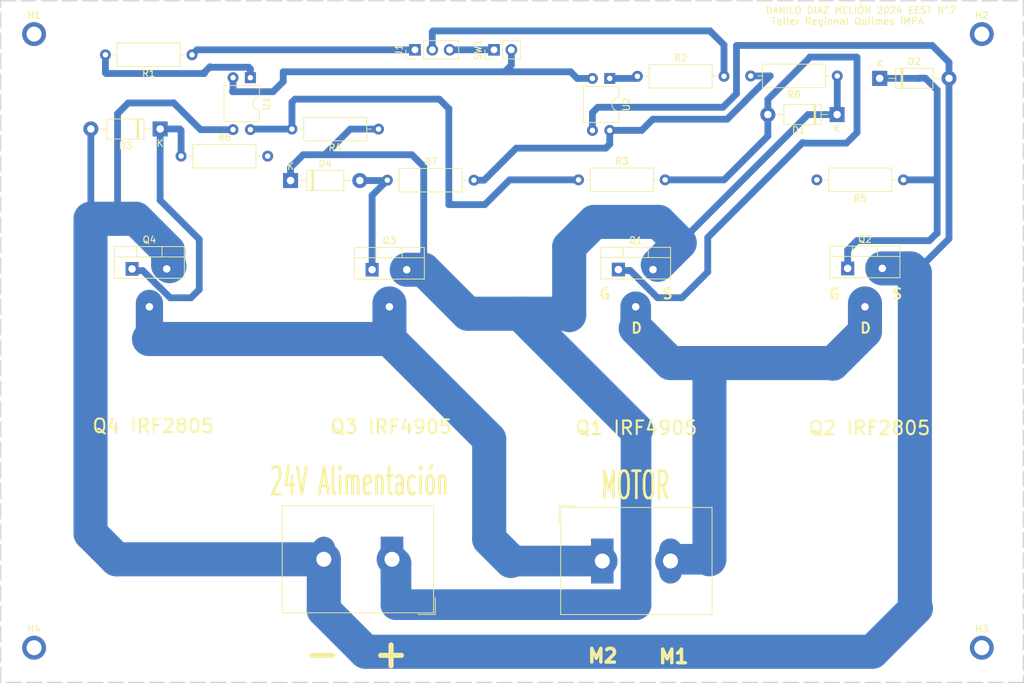
<source format=kicad_pcb>
(kicad_pcb (version 20240108) (generator "pcbnew") (generator_version "8.0")
  (title_block (title "Puente H Power Mosfet") (date "05/09/2024") (rev "8.1.1") (company "Danilo Melión"))
  (layers (0 "F.Cu" signal) (31 "B.Cu" signal) (34 "B.Paste" user) (35 "F.Paste" user) (36 "B.SilkS" user "B.Silkscreen") (37 "F.SilkS" user "F.Silkscreen") (38 "B.Mask" user) (39 "F.Mask" user) (44 "Edge.Cuts" user))
  (net 0 "")
  (net 1 "PWM1")
  (net 2 "PWM2")
  (net 3 "GND")
  (net 4 "Net-(J2-Pin_1)")
  (net 5 "Net-(J2-Pin_2)")
  (net 6 "Net-(D2-K)")
  (net 7 "+24V")
  (net 8 "Net-(D1-A)")
  (net 9 "Net-(R3-Pad1)")
  (net 10 "Net-(R1-Pad2)")
  (net 11 "Net-(SW1-B)")
  (net 12 "GNDPWR")
  (net 13 "Net-(R7-Pad2)")
  (net 14 "Net-(D3-K)")
  (net 15 "Net-(D4-A)")
  (net 16 "Net-(R2-Pad1)")
  (footprint "Package_DIP:DIP-4_W7.62mm" (layer "F.Cu") (at 88.7222 42.3926 -90)
    (property "Reference" "U1" (at 3.81 -2.33 90) (layer "F.SilkS"))
    (property "Value" "PC817")
    (fp_line (start 1.16 3.87) (end 6.46 3.87) (stroke (width 0.12)) (layer "F.SilkS"))
    (fp_line (start 6.46 3.87) (end 6.46 -1.33) (stroke (width 0.12)) (layer "F.SilkS"))
    (fp_line (start 1.16 -1.33) (end 1.16 3.87) (stroke (width 0.12)) (layer "F.SilkS"))
    (fp_line (start 2.81 -1.33) (end 1.16 -1.33) (stroke (width 0.12)) (layer "F.SilkS"))
    (fp_line (start 6.46 -1.33) (end 4.81 -1.33) (stroke (width 0.12)) (layer "F.SilkS"))
    (fp_arc (start 4.81 -1.33) (mid 3.81 -0.33) (end 2.81 -1.33) (stroke (width 0.12)) (layer "F.SilkS"))
    (pad "1" thru_hole rect (at 0 0 270) (size 1.6 1.6) (drill 0.8) (layers "*.Cu" "*.Mask") (net 10 "Net-(R1-Pad2)"))
    (pad "2" thru_hole oval (at 0 2.54 270) (size 1.6 1.6) (drill 0.8) (layers "*.Cu" "*.Mask") (net 11 "Net-(SW1-B)"))
    (pad "3" thru_hole oval (at 7.62 2.54 270) (size 1.6 1.6) (drill 0.8) (layers "*.Cu" "*.Mask") (net 12 "GNDPWR"))
    (pad "4" thru_hole oval (at 7.62 0 270) (size 1.6 1.6) (drill 0.8) (layers "*.Cu" "*.Mask") (net 9 "Net-(R3-Pad1)"))
  )
  (footprint "Diode_THT:D_DO-41_SOD81_P10.16mm_Horizontal" (layer "F.Cu") (at 181.0258 42.4942)
    (property "Reference" "D2" (at 5.08 -2.47 360) (layer "F.SilkS"))
    (property "Value" "1N4742A")
    (fp_line (start 1.34 0) (end 2.36 0) (stroke (width 0.12)) (layer "F.SilkS"))
    (fp_line (start 2.36 -1.47) (end 2.36 1.47) (stroke (width 0.12)) (layer "F.SilkS"))
    (fp_line (start 2.36 1.47) (end 7.8 1.47) (stroke (width 0.12)) (layer "F.SilkS"))
    (fp_line (start 3.14 -1.47) (end 3.14 1.47) (stroke (width 0.12)) (layer "F.SilkS"))
    (fp_line (start 3.26 -1.47) (end 3.26 1.47) (stroke (width 0.12)) (layer "F.SilkS"))
    (fp_line (start 3.38 -1.47) (end 3.38 1.47) (stroke (width 0.12)) (layer "F.SilkS"))
    (fp_line (start 7.8 -1.47) (end 2.36 -1.47) (stroke (width 0.12)) (layer "F.SilkS"))
    (fp_line (start 7.8 1.47) (end 7.8 -1.47) (stroke (width 0.12)) (layer "F.SilkS"))
    (fp_line (start 8.82 0) (end 7.8 0) (stroke (width 0.12)) (layer "F.SilkS"))
    (fp_text user "K" (at 0 -2.1 360) (layer "F.SilkS"))
    (pad "1" thru_hole rect (at 0 0) (size 2.2 2.2) (drill 1.1) (layers "*.Cu" "*.Mask") (net 6 "Net-(D2-K)"))
    (pad "2" thru_hole oval (at 10.16 0) (size 2.2 2.2) (drill 1.1) (layers "*.Cu" "*.Mask") (net 12 "GNDPWR"))
  )
  (footprint "Diode_THT:D_DO-41_SOD81_P10.16mm_Horizontal" (layer "F.Cu") (at 94.615 57.4802)
    (property "Reference" "D4" (at 5.08 -2.47 360) (layer "F.SilkS"))
    (property "Value" "1N4742A")
    (fp_line (start 1.34 0) (end 2.36 0) (stroke (width 0.12)) (layer "F.SilkS"))
    (fp_line (start 2.36 -1.47) (end 2.36 1.47) (stroke (width 0.12)) (layer "F.SilkS"))
    (fp_line (start 2.36 1.47) (end 7.8 1.47) (stroke (width 0.12)) (layer "F.SilkS"))
    (fp_line (start 3.14 -1.47) (end 3.14 1.47) (stroke (width 0.12)) (layer "F.SilkS"))
    (fp_line (start 3.26 -1.47) (end 3.26 1.47) (stroke (width 0.12)) (layer "F.SilkS"))
    (fp_line (start 3.38 -1.47) (end 3.38 1.47) (stroke (width 0.12)) (layer "F.SilkS"))
    (fp_line (start 7.8 -1.47) (end 2.36 -1.47) (stroke (width 0.12)) (layer "F.SilkS"))
    (fp_line (start 7.8 1.47) (end 7.8 -1.47) (stroke (width 0.12)) (layer "F.SilkS"))
    (fp_line (start 8.82 0) (end 7.8 0) (stroke (width 0.12)) (layer "F.SilkS"))
    (fp_text user "K" (at 0 -2.1 360) (layer "F.SilkS"))
    (pad "1" thru_hole rect (at 0 0) (size 2.2 2.2) (drill 1.1) (layers "*.Cu" "*.Mask") (net 7 "+24V"))
    (pad "2" thru_hole oval (at 10.16 0) (size 2.2 2.2) (drill 1.1) (layers "*.Cu" "*.Mask") (net 15 "Net-(D4-A)"))
  )
  (footprint "MountingHole:MountingHole_2.2mm_M2_ISO7380_Pad" (layer "F.Cu") (at 57 126)
    (property "Reference" "H4" (at 0 -2.75 0) (layer "F.SilkS"))
    (property "Value" "MountingHole_2.2mm_M2_ISO7380_Pad" (hide yes))
    (pad "1" thru_hole circle (at 0 0) (size 3.5 3.5) (drill 2.2) (layers "*.Cu" "*.Mask"))
  )
  (footprint "Package_TO_SOT_THT:TO-220-3_Vertical" (layer "F.Cu") (at 106.5784 70.5612)
    (property "Reference" "Q3" (at 2.54 -4.27 0) (layer "F.SilkS"))
    (property "Value" "IRF4905")
    (fp_line (start -2.58 -3.27) (end -2.58 1.371) (stroke (width 0.12)) (layer "F.SilkS"))
    (fp_line (start -2.58 -3.27) (end 7.66 -3.27) (stroke (width 0.12)) (layer "F.SilkS"))
    (fp_line (start -2.58 -1.76) (end 7.66 -1.76) (stroke (width 0.12)) (layer "F.SilkS"))
    (fp_line (start -2.58 1.371) (end 7.66 1.371) (stroke (width 0.12)) (layer "F.SilkS"))
    (fp_line (start 0.69 -3.27) (end 0.69 -1.76) (stroke (width 0.12)) (layer "F.SilkS"))
    (fp_line (start 4.391 -3.27) (end 4.391 -1.76) (stroke (width 0.12)) (layer "F.SilkS"))
    (fp_line (start 7.66 -3.27) (end 7.66 1.371) (stroke (width 0.12)) (layer "F.SilkS"))
    (pad "1" thru_hole rect (at 0 0) (size 1.905 2) (drill 1.1) (layers "*.Cu" "*.Mask") (net 15 "Net-(D4-A)"))
    (pad "2" thru_hole oval (at 2.54 5.4388) (size 1.905 2) (drill 1.1) (layers "*.Cu" "*.Mask") (net 4 "Net-(J2-Pin_1)"))
    (pad "3" thru_hole oval (at 5.08 0) (size 1.905 2) (drill 1.1) (layers "*.Cu" "*.Mask") (net 7 "+24V"))
  )
  (footprint "Resistor_THT:R_Axial_DIN0309_L9.0mm_D3.2mm_P12.70mm_Horizontal" (layer "F.Cu") (at 78.5622 53.8988)
    (property "Reference" "R6" (at 6.35 -2.72 0) (layer "F.SilkS"))
    (property "Value" "680")
    (fp_line (start 1.04 0) (end 1.73 0) (stroke (width 0.12)) (layer "F.SilkS"))
    (fp_line (start 1.73 -1.72) (end 1.73 1.72) (stroke (width 0.12)) (layer "F.SilkS"))
    (fp_line (start 1.73 1.72) (end 10.97 1.72) (stroke (width 0.12)) (layer "F.SilkS"))
    (fp_line (start 10.97 -1.72) (end 1.73 -1.72) (stroke (width 0.12)) (layer "F.SilkS"))
    (fp_line (start 10.97 1.72) (end 10.97 -1.72) (stroke (width 0.12)) (layer "F.SilkS"))
    (fp_line (start 11.66 0) (end 10.97 0) (stroke (width 0.12)) (layer "F.SilkS"))
    (pad "1" thru_hole circle (at 0 0) (size 1.6 1.6) (drill 0.8) (layers "*.Cu" "*.Mask") (net 14 "Net-(D3-K)"))
    (pad "2" thru_hole oval (at 12.7 0) (size 1.6 1.6) (drill 0.8) (layers "*.Cu" "*.Mask") (net 5 "Net-(J2-Pin_2)"))
  )
  (footprint "Package_DIP:DIP-4_W7.62mm" (layer "F.Cu") (at 141.4322 42.5042 -90)
    (property "Reference" "U2" (at 3.8 -2.4334 90) (layer "F.SilkS"))
    (property "Value" "PC817")
    (fp_line (start 1.16 3.87) (end 6.46 3.87) (stroke (width 0.12)) (layer "F.SilkS"))
    (fp_line (start 6.46 3.87) (end 6.46 -1.33) (stroke (width 0.12)) (layer "F.SilkS"))
    (fp_line (start 1.16 -1.33) (end 1.16 3.87) (stroke (width 0.12)) (layer "F.SilkS"))
    (fp_line (start 2.81 -1.33) (end 1.16 -1.33) (stroke (width 0.12)) (layer "F.SilkS"))
    (fp_line (start 6.46 -1.33) (end 4.81 -1.33) (stroke (width 0.12)) (layer "F.SilkS"))
    (fp_arc (start 4.81 -1.33) (mid 3.81 -0.33) (end 2.81 -1.33) (stroke (width 0.12)) (layer "F.SilkS"))
    (pad "1" thru_hole rect (at 0 0 270) (size 1.6 1.6) (drill 0.8) (layers "*.Cu" "*.Mask") (net 16 "Net-(R2-Pad1)"))
    (pad "2" thru_hole oval (at 0 2.54 270) (size 1.6 1.6) (drill 0.8) (layers "*.Cu" "*.Mask") (net 11 "Net-(SW1-B)"))
    (pad "3" thru_hole oval (at 7.62 2.54 270) (size 1.6 1.6) (drill 0.8) (layers "*.Cu" "*.Mask") (net 12 "GNDPWR"))
    (pad "4" thru_hole oval (at 7.62 0 270) (size 1.6 1.6) (drill 0.8) (layers "*.Cu" "*.Mask") (net 13 "Net-(R7-Pad2)"))
  )
  (footprint "Diode_THT:D_DO-41_SOD81_P10.16mm_Horizontal" (layer "F.Cu") (at 75.4888 49.911 180)
    (property "Reference" "D3" (at 5.08 -2.47 0) (layer "F.SilkS"))
    (property "Value" "1N4742A")
    (fp_line (start 8.82 0) (end 7.8 0) (stroke (width 0.12)) (layer "F.SilkS"))
    (fp_line (start 7.8 1.47) (end 7.8 -1.47) (stroke (width 0.12)) (layer "F.SilkS"))
    (fp_line (start 7.8 -1.47) (end 2.36 -1.47) (stroke (width 0.12)) (layer "F.SilkS"))
    (fp_line (start 3.38 -1.47) (end 3.38 1.47) (stroke (width 0.12)) (layer "F.SilkS"))
    (fp_line (start 3.26 -1.47) (end 3.26 1.47) (stroke (width 0.12)) (layer "F.SilkS"))
    (fp_line (start 3.14 -1.47) (end 3.14 1.47) (stroke (width 0.12)) (layer "F.SilkS"))
    (fp_line (start 2.36 1.47) (end 7.8 1.47) (stroke (width 0.12)) (layer "F.SilkS"))
    (fp_line (start 2.36 -1.47) (end 2.36 1.47) (stroke (width 0.12)) (layer "F.SilkS"))
    (fp_line (start 1.34 0) (end 2.36 0) (stroke (width 0.12)) (layer "F.SilkS"))
    (fp_text user "K" (at 0 -2.1 0) (layer "F.SilkS"))
    (pad "1" thru_hole rect (at 0 0 180) (size 2.2 2.2) (drill 1.1) (layers "*.Cu" "*.Mask") (net 14 "Net-(D3-K)"))
    (pad "2" thru_hole oval (at 10.16 0 180) (size 2.2 2.2) (drill 1.1) (layers "*.Cu" "*.Mask") (net 12 "GNDPWR"))
  )
  (footprint "Package_TO_SOT_THT:TO-220-3_Vertical" (layer "F.Cu") (at 71.374 70.4394)
    (property "Reference" "Q4" (at 2.54 -4.27 0) (layer "F.SilkS"))
    (property "Value" "IRF2805")
    (fp_line (start -2.58 -3.27) (end -2.58 1.371) (stroke (width 0.12)) (layer "F.SilkS"))
    (fp_line (start -2.58 -3.27) (end 7.66 -3.27) (stroke (width 0.12)) (layer "F.SilkS"))
    (fp_line (start -2.58 -1.76) (end 7.66 -1.76) (stroke (width 0.12)) (layer "F.SilkS"))
    (fp_line (start -2.58 1.371) (end 7.66 1.371) (stroke (width 0.12)) (layer "F.SilkS"))
    (fp_line (start 0.69 -3.27) (end 0.69 -1.76) (stroke (width 0.12)) (layer "F.SilkS"))
    (fp_line (start 4.391 -3.27) (end 4.391 -1.76) (stroke (width 0.12)) (layer "F.SilkS"))
    (fp_line (start 7.66 -3.27) (end 7.66 1.371) (stroke (width 0.12)) (layer "F.SilkS"))
    (pad "1" thru_hole rect (at 0 0) (size 1.905 2) (drill 1.1) (layers "*.Cu" "*.Mask") (net 14 "Net-(D3-K)"))
    (pad "2" thru_hole oval (at 2.54 5.5606) (size 1.905 2) (drill 1.1) (layers "*.Cu" "*.Mask") (net 4 "Net-(J2-Pin_1)"))
    (pad "3" thru_hole oval (at 5.08 0) (size 1.905 2) (drill 1.1) (layers "*.Cu" "*.Mask") (net 12 "GNDPWR"))
  )
  (footprint "MountingHole:MountingHole_2.2mm_M2_ISO7380_Pad" (layer "F.Cu") (at 57 36)
    (property "Reference" "H1" (at 0 -2.75 0) (layer "F.SilkS"))
    (property "Value" "MountingHole_2.2mm_M2_ISO7380_Pad" (hide yes))
    (pad "1" thru_hole circle (at 0 0) (size 3.5 3.5) (drill 2.2) (layers "*.Cu" "*.Mask"))
  )
  (footprint "Package_TO_SOT_THT:TO-220-3_Vertical" (layer "F.Cu") (at 176.3268 70.3671)
    (property "Reference" "Q2" (at 2.54 -4.27 0) (layer "F.SilkS"))
    (property "Value" "IRF2805")
    (fp_line (start -2.58 -3.27) (end -2.58 1.371) (stroke (width 0.12)) (layer "F.SilkS"))
    (fp_line (start -2.58 -3.27) (end 7.66 -3.27) (stroke (width 0.12)) (layer "F.SilkS"))
    (fp_line (start -2.58 -1.76) (end 7.66 -1.76) (stroke (width 0.12)) (layer "F.SilkS"))
    (fp_line (start -2.58 1.371) (end 7.66 1.371) (stroke (width 0.12)) (layer "F.SilkS"))
    (fp_line (start 0.69 -3.27) (end 0.69 -1.76) (stroke (width 0.12)) (layer "F.SilkS"))
    (fp_line (start 4.391 -3.27) (end 4.391 -1.76) (stroke (width 0.12)) (layer "F.SilkS"))
    (fp_line (start 7.66 -3.27) (end 7.66 1.371) (stroke (width 0.12)) (layer "F.SilkS"))
    (pad "1" thru_hole rect (at 0 0) (size 1.905 2) (drill 1.1) (layers "*.Cu" "*.Mask") (net 6 "Net-(D2-K)"))
    (pad "2" thru_hole oval (at 2.54 5.6329) (size 1.905 2) (drill 1.1) (layers "*.Cu" "*.Mask") (net 5 "Net-(J2-Pin_2)"))
    (pad "3" thru_hole oval (at 5.08 0) (size 1.905 2) (drill 1.1) (layers "*.Cu" "*.Mask") (net 12 "GNDPWR"))
  )
  (footprint "Diode_THT:D_DO-41_SOD81_P10.16mm_Horizontal" (layer "F.Cu") (at 174.7774 47.8028 180)
    (property "Reference" "D1" (at 5.6388 -2.286 360) (layer "F.SilkS"))
    (property "Value" "1N4742A")
    (fp_line (start 8.82 0) (end 7.8 0) (stroke (width 0.12)) (layer "F.SilkS"))
    (fp_line (start 7.8 1.47) (end 7.8 -1.47) (stroke (width 0.12)) (layer "F.SilkS"))
    (fp_line (start 7.8 -1.47) (end 2.36 -1.47) (stroke (width 0.12)) (layer "F.SilkS"))
    (fp_line (start 3.38 -1.47) (end 3.38 1.47) (stroke (width 0.12)) (layer "F.SilkS"))
    (fp_line (start 3.26 -1.47) (end 3.26 1.47) (stroke (width 0.12)) (layer "F.SilkS"))
    (fp_line (start 3.14 -1.47) (end 3.14 1.47) (stroke (width 0.12)) (layer "F.SilkS"))
    (fp_line (start 2.36 1.47) (end 7.8 1.47) (stroke (width 0.12)) (layer "F.SilkS"))
    (fp_line (start 2.36 -1.47) (end 2.36 1.47) (stroke (width 0.12)) (layer "F.SilkS"))
    (fp_line (start 1.34 0) (end 2.36 0) (stroke (width 0.12)) (layer "F.SilkS"))
    (fp_text user "K" (at 0 -2.1 360) (layer "F.SilkS"))
    (pad "1" thru_hole rect (at 0 0 180) (size 2.2 2.2) (drill 1.1) (layers "*.Cu" "*.Mask") (net 7 "+24V"))
    (pad "2" thru_hole oval (at 10.16 0 180) (size 2.2 2.2) (drill 1.1) (layers "*.Cu" "*.Mask") (net 8 "Net-(D1-A)"))
  )
  (footprint "Resistor_THT:R_Axial_DIN0309_L9.0mm_D3.2mm_P12.70mm_Horizontal" (layer "F.Cu") (at 107.5182 49.9364 180)
    (property "Reference" "R4" (at 6.35 -2.72 360) (layer "F.SilkS"))
    (property "Value" "2.7K")
    (fp_line (start 11.66 0) (end 10.97 0) (stroke (width 0.12)) (layer "F.SilkS"))
    (fp_line (start 10.97 1.72) (end 10.97 -1.72) (stroke (width 0.12)) (layer "F.SilkS"))
    (fp_line (start 10.97 -1.72) (end 1.73 -1.72) (stroke (width 0.12)) (layer "F.SilkS"))
    (fp_line (start 1.73 1.72) (end 10.97 1.72) (stroke (width 0.12)) (layer "F.SilkS"))
    (fp_line (start 1.73 -1.72) (end 1.73 1.72) (stroke (width 0.12)) (layer "F.SilkS"))
    (fp_line (start 1.04 0) (end 1.73 0) (stroke (width 0.12)) (layer "F.SilkS"))
    (pad "1" thru_hole circle (at 0 0 180) (size 1.6 1.6) (drill 0.8) (layers "*.Cu" "*.Mask") (net 7 "+24V"))
    (pad "2" thru_hole oval (at 12.7 0 180) (size 1.6 1.6) (drill 0.8) (layers "*.Cu" "*.Mask") (net 9 "Net-(R3-Pad1)"))
  )
  (footprint "TerminalBlock_Dinkle:TerminalBlock_Dinkle_DT-55-B01X-02_P10.00mm" (layer "F.Cu") (at 109.4956 113.03 180)
    (property "Reference" "J3" (hide yes))
    (property "Value" "24V Alimentación" (at 4.7956 11.43 0) (layer "F.SilkS") (effects (font (size 4 2) (thickness 0.4) (bold yes))))
    (fp_line (start 16.1 -7.85) (end 16.1 7.85) (stroke (width 0.12)) (layer "F.SilkS"))
    (fp_line (start -6.1 7.85) (end 16.1 7.85) (stroke (width 0.12)) (layer "F.SilkS"))
    (fp_line (start -6.1 7.85) (end -6.1 -7.85) (stroke (width 0.12)) (layer "F.SilkS"))
    (fp_line (start -6.1 -7.85) (end 16.1 -7.85) (stroke (width 0.12)) (layer "F.SilkS"))
    (fp_line (start -6.35 -5.6) (end -6.35 -8.1) (stroke (width 0.12)) (layer "F.SilkS"))
    (fp_line (start -6.35 -8.1) (end -3.85 -8.1) (stroke (width 0.12)) (layer "F.SilkS"))
    (pad "1" thru_hole rect (at 0 0 180) (size 3.3 6.6) (drill 2.2) (layers "*.Cu" "*.Mask") (net 7 "+24V"))
    (pad "2" thru_hole oval (at 10 0 180) (size 3.3 6.6) (drill 2.2) (layers "*.Cu" "*.Mask") (net 12 "GNDPWR"))
  )
  (footprint "TerminalBlock_Dinkle:TerminalBlock_Dinkle_DT-55-B01X-02_P10.00mm" (layer "F.Cu") (at 140.3388 113.284)
    (property "Reference" "J2" (hide yes))
    (property "Value" "MOTOR" (at 4.8476 -11.0744 0) (layer "F.SilkS") (effects (font (size 4 2) (thickness 0.4) (bold yes))))
    (fp_line (start -6.35 -8.1) (end -3.85 -8.1) (stroke (width 0.12)) (layer "F.SilkS"))
    (fp_line (start -6.35 -5.6) (end -6.35 -8.1) (stroke (width 0.12)) (layer "F.SilkS"))
    (fp_line (start -6.1 -7.85) (end 16.1 -7.85) (stroke (width 0.12)) (layer "F.SilkS"))
    (fp_line (start -6.1 7.85) (end -6.1 -7.85) (stroke (width 0.12)) (layer "F.SilkS"))
    (fp_line (start -6.1 7.85) (end 16.1 7.85) (stroke (width 0.12)) (layer "F.SilkS"))
    (fp_line (start 16.1 -7.85) (end 16.1 7.85) (stroke (width 0.12)) (layer "F.SilkS"))
    (pad "1" thru_hole rect (at 0 0) (size 3.3 6.6) (drill 2.2) (layers "*.Cu" "*.Mask") (net 4 "Net-(J2-Pin_1)"))
    (pad "2" thru_hole oval (at 10 0) (size 3.3 6.6) (drill 2.2) (layers "*.Cu" "*.Mask") (net 5 "Net-(J2-Pin_2)"))
  )
  (footprint "Resistor_THT:R_Axial_DIN0309_L9.0mm_D3.2mm_P12.70mm_Horizontal" (layer "F.Cu") (at 108.8136 57.4294)
    (property "Reference" "R7" (at 6.35 -2.72 360) (layer "F.SilkS"))
    (property "Value" "680")
    (fp_line (start 1.04 0) (end 1.73 0) (stroke (width 0.12)) (layer "F.SilkS"))
    (fp_line (start 1.73 -1.72) (end 1.73 1.72) (stroke (width 0.12)) (layer "F.SilkS"))
    (fp_line (start 1.73 1.72) (end 10.97 1.72) (stroke (width 0.12)) (layer "F.SilkS"))
    (fp_line (start 10.97 -1.72) (end 1.73 -1.72) (stroke (width 0.12)) (layer "F.SilkS"))
    (fp_line (start 10.97 1.72) (end 10.97 -1.72) (stroke (width 0.12)) (layer "F.SilkS"))
    (fp_line (start 11.66 0) (end 10.97 0) (stroke (width 0.12)) (layer "F.SilkS"))
    (pad "1" thru_hole circle (at 0 0) (size 1.6 1.6) (drill 0.8) (layers "*.Cu" "*.Mask") (net 15 "Net-(D4-A)"))
    (pad "2" thru_hole oval (at 12.7 0) (size 1.6 1.6) (drill 0.8) (layers "*.Cu" "*.Mask") (net 13 "Net-(R7-Pad2)"))
  )
  (footprint "Resistor_THT:R_Axial_DIN0309_L9.0mm_D3.2mm_P12.70mm_Horizontal" (layer "F.Cu") (at 174.8028 42.1386 180)
    (property "Reference" "R8" (at 6.35 -2.72 360) (layer "F.SilkS"))
    (property "Value" "2.7K")
    (fp_line (start 11.66 0) (end 10.97 0) (stroke (width 0.12)) (layer "F.SilkS"))
    (fp_line (start 10.97 1.72) (end 10.97 -1.72) (stroke (width 0.12)) (layer "F.SilkS"))
    (fp_line (start 10.97 -1.72) (end 1.73 -1.72) (stroke (width 0.12)) (layer "F.SilkS"))
    (fp_line (start 1.73 1.72) (end 10.97 1.72) (stroke (width 0.12)) (layer "F.SilkS"))
    (fp_line (start 1.73 -1.72) (end 1.73 1.72) (stroke (width 0.12)) (layer "F.SilkS"))
    (fp_line (start 1.04 0) (end 1.73 0) (stroke (width 0.12)) (layer "F.SilkS"))
    (pad "1" thru_hole circle (at 0 0 180) (size 1.6 1.6) (drill 0.8) (layers "*.Cu" "*.Mask") (net 7 "+24V"))
    (pad "2" thru_hole oval (at 12.7 0 180) (size 1.6 1.6) (drill 0.8) (layers "*.Cu" "*.Mask") (net 13 "Net-(R7-Pad2)"))
  )
  (footprint "Package_TO_SOT_THT:TO-220-3_Vertical" (layer "F.Cu") (at 142.6972 70.541)
    (property "Reference" "Q1" (at 2.54 -4.27 0) (layer "F.SilkS"))
    (property "Value" "IRF4905")
    (fp_line (start -2.58 -3.27) (end -2.58 1.371) (stroke (width 0.12)) (layer "F.SilkS"))
    (fp_line (start -2.58 -3.27) (end 7.66 -3.27) (stroke (width 0.12)) (layer "F.SilkS"))
    (fp_line (start -2.58 -1.76) (end 7.66 -1.76) (stroke (width 0.12)) (layer "F.SilkS"))
    (fp_line (start -2.58 1.371) (end 7.66 1.371) (stroke (width 0.12)) (layer "F.SilkS"))
    (fp_line (start 0.69 -3.27) (end 0.69 -1.76) (stroke (width 0.12)) (layer "F.SilkS"))
    (fp_line (start 4.391 -3.27) (end 4.391 -1.76) (stroke (width 0.12)) (layer "F.SilkS"))
    (fp_line (start 7.66 -3.27) (end 7.66 1.371) (stroke (width 0.12)) (layer "F.SilkS"))
    (pad "1" thru_hole rect (at 0 0) (size 1.905 2) (drill 1.1) (layers "*.Cu" "*.Mask") (net 8 "Net-(D1-A)"))
    (pad "2" thru_hole oval (at 2.54 5.459) (size 1.905 2) (drill 1.1) (layers "*.Cu" "*.Mask") (net 5 "Net-(J2-Pin_2)"))
    (pad "3" thru_hole oval (at 5.08 0) (size 1.905 2) (drill 1.1) (layers "*.Cu" "*.Mask") (net 7 "+24V"))
  )
  (footprint "Connector_PinHeader_2.54mm:PinHeader_1x02_P2.54mm_Vertical" (layer "F.Cu") (at 124.46 38.3032 90)
    (property "Reference" "SW1" (at 0 -2.33 90) (layer "F.SilkS"))
    (property "Value" "SW")
    (fp_line (start -1.33 -1.33) (end 0 -1.33) (stroke (width 0.12)) (layer "F.SilkS"))
    (fp_line (start -1.33 0) (end -1.33 -1.33) (stroke (width 0.12)) (layer "F.SilkS"))
    (fp_line (start 1.33 1.27) (end 1.33 3.87) (stroke (width 0.12)) (layer "F.SilkS"))
    (fp_line (start -1.33 1.27) (end 1.33 1.27) (stroke (width 0.12)) (layer "F.SilkS"))
    (fp_line (start -1.33 1.27) (end -1.33 3.87) (stroke (width 0.12)) (layer "F.SilkS"))
    (fp_line (start -1.33 3.87) (end 1.33 3.87) (stroke (width 0.12)) (layer "F.SilkS"))
    (pad "1" thru_hole rect (at 0 0 90) (size 1.7 1.7) (drill 1) (layers "*.Cu" "*.Mask") (net 3 "GND"))
    (pad "2" thru_hole oval (at 0 2.54 90) (size 1.7 1.7) (drill 1) (layers "*.Cu" "*.Mask") (net 11 "Net-(SW1-B)"))
  )
  (footprint "Connector_PinHeader_2.54mm:PinHeader_1x03_P2.54mm_Vertical" (layer "F.Cu") (at 112.8672 38.3032 90)
    (property "Reference" "J1" (at 0 -2.33 90) (layer "F.SilkS"))
    (property "Value" "PWM")
    (fp_line (start -1.33 -1.33) (end 0 -1.33) (stroke (width 0.12)) (layer "F.SilkS"))
    (fp_line (start -1.33 0) (end -1.33 -1.33) (stroke (width 0.12)) (layer "F.SilkS"))
    (fp_line (start 1.33 1.27) (end 1.33 6.41) (stroke (width 0.12)) (layer "F.SilkS"))
    (fp_line (start -1.33 1.27) (end 1.33 1.27) (stroke (width 0.12)) (layer "F.SilkS"))
    (fp_line (start -1.33 1.27) (end -1.33 6.41) (stroke (width 0.12)) (layer "F.SilkS"))
    (fp_line (start -1.33 6.41) (end 1.33 6.41) (stroke (width 0.12)) (layer "F.SilkS"))
    (pad "1" thru_hole rect (at 0 0 90) (size 1.7 1.7) (drill 1) (layers "*.Cu" "*.Mask") (net 1 "PWM1"))
    (pad "2" thru_hole oval (at 0 2.54 90) (size 1.7 1.7) (drill 1) (layers "*.Cu" "*.Mask") (net 2 "PWM2"))
    (pad "3" thru_hole oval (at 0 5.08 90) (size 1.7 1.7) (drill 1) (layers "*.Cu" "*.Mask") (net 3 "GND"))
  )
  (footprint "Resistor_THT:R_Axial_DIN0309_L9.0mm_D3.2mm_P12.70mm_Horizontal" (layer "F.Cu") (at 145.4912 42.1894)
    (property "Reference" "R2" (at 6.35 -2.72 360) (layer "F.SilkS"))
    (property "Value" "47")
    (fp_line (start 1.04 0) (end 1.73 0) (stroke (width 0.12)) (layer "F.SilkS"))
    (fp_line (start 1.73 -1.72) (end 1.73 1.72) (stroke (width 0.12)) (layer "F.SilkS"))
    (fp_line (start 1.73 1.72) (end 10.97 1.72) (stroke (width 0.12)) (layer "F.SilkS"))
    (fp_line (start 10.97 -1.72) (end 1.73 -1.72) (stroke (width 0.12)) (layer "F.SilkS"))
    (fp_line (start 10.97 1.72) (end 10.97 -1.72) (stroke (width 0.12)) (layer "F.SilkS"))
    (fp_line (start 11.66 0) (end 10.97 0) (stroke (width 0.12)) (layer "F.SilkS"))
    (pad "1" thru_hole circle (at 0 0) (size 1.6 1.6) (drill 0.8) (layers "*.Cu" "*.Mask") (net 16 "Net-(R2-Pad1)"))
    (pad "2" thru_hole oval (at 12.7 0) (size 1.6 1.6) (drill 0.8) (layers "*.Cu" "*.Mask") (net 2 "PWM2"))
  )
  (footprint "Resistor_THT:R_Axial_DIN0309_L9.0mm_D3.2mm_P12.70mm_Horizontal" (layer "F.Cu") (at 184.5056 57.3786 180)
    (property "Reference" "R5" (at 6.35 -2.72 0) (layer "F.SilkS"))
    (property "Value" "680")
    (fp_line (start 11.66 0) (end 10.97 0) (stroke (width 0.12)) (layer "F.SilkS"))
    (fp_line (start 10.97 1.72) (end 10.97 -1.72) (stroke (width 0.12)) (layer "F.SilkS"))
    (fp_line (start 10.97 -1.72) (end 1.73 -1.72) (stroke (width 0.12)) (layer "F.SilkS"))
    (fp_line (start 1.73 1.72) (end 10.97 1.72) (stroke (width 0.12)) (layer "F.SilkS"))
    (fp_line (start 1.73 -1.72) (end 1.73 1.72) (stroke (width 0.12)) (layer "F.SilkS"))
    (fp_line (start 1.04 0) (end 1.73 0) (stroke (width 0.12)) (layer "F.SilkS"))
    (pad "1" thru_hole circle (at 0 0 180) (size 1.6 1.6) (drill 0.8) (layers "*.Cu" "*.Mask") (net 6 "Net-(D2-K)"))
    (pad "2" thru_hole oval (at 12.7 0 180) (size 1.6 1.6) (drill 0.8) (layers "*.Cu" "*.Mask") (net 4 "Net-(J2-Pin_1)"))
  )
  (footprint "MountingHole:MountingHole_2.2mm_M2_ISO7380_Pad" (layer "F.Cu") (at 196 126)
    (property "Reference" "H3" (at 0 -2.75 0) (layer "F.SilkS"))
    (property "Value" "MountingHole_2.2mm_M2_ISO7380_Pad" (hide yes))
    (pad "1" thru_hole circle (at 0 0) (size 3.5 3.5) (drill 2.2) (layers "*.Cu" "*.Mask"))
  )
  (footprint "Resistor_THT:R_Axial_DIN0309_L9.0mm_D3.2mm_P12.70mm_Horizontal" (layer "F.Cu") (at 80.1624 39.0398 180)
    (property "Reference" "R1" (at 6.35 -2.72 360) (layer "F.SilkS"))
    (property "Value" "47")
    (fp_line (start 11.66 0) (end 10.97 0) (stroke (width 0.12)) (layer "F.SilkS"))
    (fp_line (start 10.97 1.72) (end 10.97 -1.72) (stroke (width 0.12)) (layer "F.SilkS"))
    (fp_line (start 10.97 -1.72) (end 1.73 -1.72) (stroke (width 0.12)) (layer "F.SilkS"))
    (fp_line (start 1.73 1.72) (end 10.97 1.72) (stroke (width 0.12)) (layer "F.SilkS"))
    (fp_line (start 1.73 -1.72) (end 1.73 1.72) (stroke (width 0.12)) (layer "F.SilkS"))
    (fp_line (start 1.04 0) (end 1.73 0) (stroke (width 0.12)) (layer "F.SilkS"))
    (pad "1" thru_hole circle (at 0 0 180) (size 1.6 1.6) (drill 0.8) (layers "*.Cu" "*.Mask") (net 1 "PWM1"))
    (pad "2" thru_hole oval (at 12.7 0 180) (size 1.6 1.6) (drill 0.8) (layers "*.Cu" "*.Mask") (net 10 "Net-(R1-Pad2)"))
  )
  (footprint "Resistor_THT:R_Axial_DIN0309_L9.0mm_D3.2mm_P12.70mm_Horizontal" (layer "F.Cu") (at 136.8552 57.3786)
    (property "Reference" "R3" (at 6.35 -2.72 0) (layer "F.SilkS"))
    (property "Value" "680")
    (fp_line (start 1.04 0) (end 1.73 0) (stroke (width 0.12)) (layer "F.SilkS"))
    (fp_line (start 1.73 -1.72) (end 1.73 1.72) (stroke (width 0.12)) (layer "F.SilkS"))
    (fp_line (start 1.73 1.72) (end 10.97 1.72) (stroke (width 0.12)) (layer "F.SilkS"))
    (fp_line (start 10.97 -1.72) (end 1.73 -1.72) (stroke (width 0.12)) (layer "F.SilkS"))
    (fp_line (start 10.97 1.72) (end 10.97 -1.72) (stroke (width 0.12)) (layer "F.SilkS"))
    (fp_line (start 11.66 0) (end 10.97 0) (stroke (width 0.12)) (layer "F.SilkS"))
    (pad "1" thru_hole circle (at 0 0) (size 1.6 1.6) (drill 0.8) (layers "*.Cu" "*.Mask") (net 9 "Net-(R3-Pad1)"))
    (pad "2" thru_hole oval (at 12.7 0) (size 1.6 1.6) (drill 0.8) (layers "*.Cu" "*.Mask") (net 8 "Net-(D1-A)"))
  )
  (footprint "MountingHole:MountingHole_2.2mm_M2_ISO7380_Pad" (layer "F.Cu") (at 196 36)
    (property "Reference" "H2" (at 0 -2.75 0) (layer "F.SilkS"))
    (property "Value" "MountingHole_2.2mm_M2_ISO7380_Pad" (hide yes))
    (pad "1" thru_hole circle (at 0 0) (size 3.5 3.5) (drill 2.2) (layers "*.Cu" "*.Mask"))
  )
  (gr_rect (start 52.1 31.1) (end 202.1 131.1) (stroke (width 0.2) (type dash)) (fill none) (layer "Edge.Cuts"))
  (gr_text "G" (at 139.7508 74.9808 0) (layer "F.SilkS") (effects (font (size 1.5 1.5) (thickness 0.3) (bold yes)) (justify left bottom)))
  (gr_text "D" (at 144.4244 80 0) (layer "F.SilkS") (effects (font (size 1.5 1.5) (thickness 0.3) (bold yes)) (justify left bottom)))
  (gr_text "Q2 IRF2805\n" (at 170.434 94.9452 0) (layer "F.SilkS") (effects (font (size 2 2) (thickness 0.3) (bold yes)) (justify left bottom)))
  (gr_text "Q1 IRF4905\n\n" (at 136.2456 98.1456 0) (layer "F.SilkS") (effects (font (size 2 2) (thickness 0.3) (bold yes)) (justify left bottom)))
  (gr_text "D" (at 178.0032 80 0) (layer "F.SilkS") (effects (font (size 1.5 1.5) (thickness 0.3) (bold yes)) (justify left bottom)))
  (gr_text "M1" (at 148.3868 128.4732 0) (layer "F.SilkS") (effects (font (size 2 2) (thickness 0.5) (bold yes)) (justify left bottom)))
  (gr_text "Q3 IRF4905\n\n" (at 100.2792 97.9932 0) (layer "F.SilkS") (effects (font (size 2 2) (thickness 0.3) (bold yes)) (justify left bottom)))
  (gr_text "-" (at 96.2868 129.1732 0) (layer "F.SilkS") (effects (font (size 4 4) (thickness 0.75) (bold yes)) (justify left bottom)))
  (gr_text "G" (at 173.4312 75 0) (layer "F.SilkS") (effects (font (size 1.5 1.5) (thickness 0.3) (bold yes)) (justify left bottom)))
  (gr_text "S" (at 148.9964 74.9808 0) (layer "F.SilkS") (effects (font (size 1.5 1.5) (thickness 0.3) (bold yes)) (justify left bottom)))
  (gr_text "S" (at 182.6768 74.9808 0) (layer "F.SilkS") (effects (font (size 1.5 1.5) (thickness 0.3) (bold yes)) (justify left bottom)))
  (gr_text "DANILO DIAZ MELIÓN 2024 EEST N°7 \n Taller Regional Quilmes IMPA" (at 164.2364 34.6964 0) (layer "F.SilkS") (effects (font (size 1 1)) (justify left bottom)))
  (gr_text "Q4 IRF2805\n" (at 65.3796 94.6404 0) (layer "F.SilkS") (effects (font (size 2 2) (thickness 0.3) (bold yes)) (justify left bottom)))
  (gr_text "+" (at 106.3868 129.1732 0) (layer "F.SilkS") (effects (font (size 4 4) (thickness 0.75) (bold yes)) (justify left bottom)))
  (gr_text "M2" (at 137.9868 128.3732 0) (layer "F.SilkS") (effects (font (size 2 2) (thickness 0.5) (bold yes)) (justify left bottom)))
  (segment (start 80.899 38.3032) (end 80.1624 39.0398) (width 1) (layer "B.Cu") (net 1))
  (segment (start 112.8672 38.3032) (end 80.899 38.3032) (width 1) (layer "B.Cu") (net 1))
  (segment (start 115.4072 38.3032) (end 115.4072 35.672) (width 1) (layer "B.Cu") (net 2))
  (segment (start 115.4072 35.672) (end 115.5446 35.5346) (width 1) (layer "B.Cu") (net 2))
  (segment (start 158.1912 37.592) (end 156.464 35.8648) (width 1) (layer "B.Cu") (net 2))
  (segment (start 156.1338 35.5346) (end 156.464 35.8648) (width 1) (layer "B.Cu") (net 2))
  (segment (start 158.1912 42.1894) (end 158.1912 37.592) (width 1) (layer "B.Cu") (net 2))
  (segment (start 115.5446 35.5346) (end 156.1338 35.5346) (width 1) (layer "B.Cu") (net 2))
  (segment (start 124.46 38.3032) (end 117.9472 38.3032) (width 1) (layer "B.Cu") (net 3))
  (segment (start 124.3584 38.4048) (end 124.46 38.3032) (width 1) (layer "B.Cu") (net 3))
  (segment (start 109.1184 75.5) (end 109.1184 80.6704) (width 5) (layer "B.Cu") (net 4))
  (segment (start 123.7488 110.0836) (end 123.7488 95.4024) (width 5) (layer "B.Cu") (net 4))
  (segment (start 123.7488 95.4024) (end 109.0676 80.7212) (width 5) (layer "B.Cu") (net 4))
  (segment (start 73.914 75.5) (end 73.914 80.6704) (width 4) (layer "B.Cu") (net 4))
  (segment (start 81.1784 80.7212) (end 109.0676 80.7212) (width 5) (layer "B.Cu") (net 4))
  (segment (start 73.8632 80.7212) (end 81.1784 80.7212) (width 5) (layer "B.Cu") (net 4))
  (segment (start 109.1184 80.6704) (end 109.0676 80.7212) (width 5) (layer "B.Cu") (net 4))
  (segment (start 73.914 80.6704) (end 73.8632 80.7212) (width 5) (layer "B.Cu") (net 4))
  (segment (start 140.3388 113.284) (end 126.9492 113.284) (width 4.5) (layer "B.Cu") (net 4))
  (segment (start 126.9492 113.284) (end 123.7488 110.0836) (width 5) (layer "B.Cu") (net 4))
  (segment (start 150.3388 84.248) (end 156.0576 84.248) (width 5) (layer "B.Cu") (net 5))
  (segment (start 156.0576 113.03) (end 156.0576 84.248) (width 5) (layer "B.Cu") (net 5))
  (segment (start 156.0576 84.248) (end 174.0624 84.248) (width 5) (layer "B.Cu") (net 5))
  (segment (start 156.0576 113.03) (end 150.5928 113.03) (width 4.5) (layer "B.Cu") (net 5))
  (segment (start 145.2372 79.1464) (end 145.2372 76) (width 4.5) (layer "B.Cu") (net 5))
  (segment (start 150.5928 113.03) (end 150.3388 113.284) (width 4.5) (layer "B.Cu") (net 5))
  (segment (start 174.0624 84.248) (end 174.1424 84.328) (width 5) (layer "B.Cu") (net 5))
  (segment (start 145.2372 79.1464) (end 150.3388 84.248) (width 5) (layer "B.Cu") (net 5))
  (segment (start 178.8668 79.6036) (end 178.8668 75.5) (width 5) (layer "B.Cu") (net 5))
  (segment (start 174.1424 84.328) (end 178.8668 79.6036) (width 5) (layer "B.Cu") (net 5))
  (segment (start 176.3268 67.6656) (end 177.6984 66.294) (width 1) (layer "B.Cu") (net 6))
  (segment (start 189.4586 65.2272) (end 189.4586 57.785) (width 1) (layer "B.Cu") (net 6))
  (segment (start 177.6984 66.294) (end 188.3156 66.294) (width 1) (layer "B.Cu") (net 6))
  (segment (start 184.5056 57.3786) (end 189.0522 57.3786) (width 1) (layer "B.Cu") (net 6))
  (segment (start 189.4586 57.785) (end 189.4586 44.196) (width 1) (layer "B.Cu") (net 6))
  (segment (start 189.4586 44.196) (end 187.7314 42.4688) (width 1) (layer "B.Cu") (net 6))
  (segment (start 188.3156 66.294) (end 189.3824 65.2272) (width 1) (layer "B.Cu") (net 6))
  (segment (start 189.3824 65.2272) (end 189.4586 65.2272) (width 1) (layer "B.Cu") (net 6))
  (segment (start 187.7314 42.4688) (end 186.8932 42.4688) (width 1) (layer "B.Cu") (net 6))
  (segment (start 186.8932 42.4688) (end 186.8678 42.4942) (width 1) (layer "B.Cu") (net 6))
  (segment (start 176.3268 70.3671) (end 176.3268 67.6656) (width 1) (layer "B.Cu") (net 6))
  (segment (start 189.0522 57.3786) (end 189.4586 57.785) (width 1) (layer "B.Cu") (net 6))
  (segment (start 186.8678 42.4942) (end 181.0258 42.4942) (width 1) (layer "B.Cu") (net 6))
  (segment (start 96.4692 53.6956) (end 94.615 55.5498) (width 1) (layer "B.Cu") (net 7))
  (segment (start 114.1476 70.5612) (end 120.5992 77.0128) (width 5) (layer "B.Cu") (net 7))
  (segment (start 174.7774 47.8028) (end 170.5154 47.8028) (width 1) (layer "B.Cu") (net 7))
  (segment (start 139.1412 63.5508) (end 148.336 63.5508) (width 5) (layer "B.Cu") (net 7))
  (segment (start 112.4204 53.6956) (end 114.1476 55.4228) (width 1) (layer "B.Cu") (net 7))
  (segment (start 94.615 55.5498) (end 94.615 55.6768) (width 1) (layer "B.Cu") (net 7))
  (segment (start 145.2888 94.0316) (end 128.27 77.0128) (width 5) (layer "B.Cu") (net 7))
  (segment (start 145.2888 119.6848) (end 145.2888 94.0316) (width 4.5) (layer "B.Cu") (net 7))
  (segment (start 148.336 63.5508) (end 148.6102 63.5508) (width 5) (layer "B.Cu") (net 7))
  (segment (start 135.4836 77.216) (end 135.4836 67.2084) (width 5) (layer "B.Cu") (net 7))
  (segment (start 170.5154 47.8028) (end 151.6888 66.6294) (width 1) (layer "B.Cu") (net 7))
  (segment (start 135.4836 67.2084) (end 139.1412 63.5508) (width 5) (layer "B.Cu") (net 7))
  (segment (start 151.6888 66.6294) (end 148.476192 69.842008) (width 5) (layer "B.Cu") (net 7))
  (segment (start 99.6188 53.6956) (end 96.4692 53.6956) (width 1) (layer "B.Cu") (net 7))
  (segment (start 110.076 119.6848) (end 110.076 113.6104) (width 4.5) (layer "B.Cu") (net 7))
  (segment (start 174.8028 42.1386) (end 174.8028 47.7774) (width 1) (layer "B.Cu") (net 7))
  (segment (start 111.6584 70.5612) (end 114.1476 70.5612) (width 5) (layer "B.Cu") (net 7))
  (segment (start 94.615 55.6768) (end 94.615 57.4802) (width 1) (layer "B.Cu") (net 7))
  (segment (start 114.1476 55.4228) (end 114.1476 70.5612) (width 1) (layer "B.Cu") (net 7))
  (segment (start 174.8028 47.7774) (end 174.7774 47.8028) (width 1) (layer "B.Cu") (net 7))
  (segment (start 148.9964 63.5508) (end 148.6102 63.5508) (width 1) (layer "B.Cu") (net 7))
  (segment (start 120.5992 77.0128) (end 135.2804 77.0128) (width 5) (layer "B.Cu") (net 7))
  (segment (start 110.076 113.6104) (end 109.4956 113.03) (width 4.5) (layer "B.Cu") (net 7))
  (segment (start 107.5182 49.9364) (end 103.378 49.9364) (width 1) (layer "B.Cu") (net 7))
  (segment (start 135.2804 77.0128) (end 135.4836 77.216) (width 5) (layer "B.Cu") (net 7))
  (segment (start 103.378 49.9364) (end 99.6188 53.6956) (width 1) (layer "B.Cu") (net 7))
  (segment (start 99.6188 53.6956) (end 112.4204 53.6956) (width 1) (layer "B.Cu") (net 7))
  (segment (start 145.2888 119.6848) (end 110.076 119.6848) (width 4.5) (layer "B.Cu") (net 7))
  (segment (start 148.6102 63.5508) (end 151.6888 66.6294) (width 5) (layer "B.Cu") (net 7))
  (segment (start 177.6476 39.37) (end 177.6984 39.4208) (width 1) (layer "B.Cu") (net 8))
  (segment (start 176.149 51.9938) (end 169.799 51.9938) (width 1) (layer "B.Cu") (net 8))
  (segment (start 177.6984 50.4444) (end 176.149 51.9938) (width 1) (layer "B.Cu") (net 8))
  (segment (start 170.7896 39.4208) (end 170.7896 39.37) (width 1) (layer "B.Cu") (net 8))
  (segment (start 164.6174 47.8028) (end 164.6174 50.9016) (width 1) (layer "B.Cu") (net 8))
  (segment (start 170.7896 39.37) (end 177.6476 39.37) (width 1) (layer "B.Cu") (net 8))
  (segment (start 144.4397 70.6781) (end 148.4249 74.6633) (width 1) (layer "B.Cu") (net 8))
  (segment (start 144.4397 70.6781) (end 142.8343 70.6781) (width 1) (layer "B.Cu") (net 8))
  (segment (start 164.6174 45.593) (end 170.7896 39.4208) (width 1) (layer "B.Cu") (net 8))
  (segment (start 155.8036 70.8914) (end 152.0317 74.6633) (width 1) (layer "B.Cu") (net 8))
  (segment (start 177.6984 39.4208) (end 177.6984 50.4444) (width 1) (layer "B.Cu") (net 8))
  (segment (start 155.8036 65.8368) (end 155.8036 70.8914) (width 1) (layer "B.Cu") (net 8))
  (segment (start 169.799 51.9938) (end 169.7228 51.9176) (width 1) (layer "B.Cu") (net 8))
  (segment (start 152.0317 74.6633) (end 148.4249 74.6633) (width 1) (layer "B.Cu") (net 8))
  (segment (start 164.6174 47.8028) (end 164.6174 45.593) (width 1) (layer "B.Cu") (net 8))
  (segment (start 164.6174 50.9016) (end 164.6428 50.927) (width 1) (layer "B.Cu") (net 8))
  (segment (start 164.6428 50.927) (end 158.3817 57.1881) (width 1) (layer "B.Cu") (net 8))
  (segment (start 142.8343 70.6781) (end 142.6972 70.541) (width 1) (layer "B.Cu") (net 8))
  (segment (start 169.7228 51.9176) (end 155.8036 65.8368) (width 1) (layer "B.Cu") (net 8))
  (segment (start 149.5552 57.3786) (end 158.1912 57.3786) (width 1) (layer "B.Cu") (net 8))
  (segment (start 158.1912 57.3786) (end 158.3817 57.1881) (width 1) (layer "B.Cu") (net 8))
  (segment (start 126.746 57.3786) (end 123.1138 61.0108) (width 1) (layer "B.Cu") (net 9))
  (segment (start 94.8182 45.9994) (end 94.8182 49.9364) (width 1) (layer "B.Cu") (net 9))
  (segment (start 94.8182 49.9364) (end 88.7984 49.9364) (width 1) (layer "B.Cu") (net 9))
  (segment (start 136.8552 57.3786) (end 126.746 57.3786) (width 1) (layer "B.Cu") (net 9))
  (segment (start 95.2754 45.5422) (end 94.8182 45.9994) (width 1) (layer "B.Cu") (net 9))
  (segment (start 116.4336 45.5422) (end 95.2754 45.5422) (width 1) (layer "B.Cu") (net 9))
  (segment (start 123.1138 61.0108) (end 117.8306 61.0108) (width 1) (layer "B.Cu") (net 9))
  (segment (start 117.8306 46.9392) (end 116.4336 45.5422) (width 1) (layer "B.Cu") (net 9))
  (segment (start 88.7984 49.9364) (end 88.7222 50.0126) (width 1) (layer "B.Cu") (net 9))
  (segment (start 117.8306 61.0108) (end 117.8306 46.9392) (width 1) (layer "B.Cu") (net 9))
  (segment (start 82.8802 40.8686) (end 82.804 40.7924) (width 1) (layer "B.Cu") (net 10))
  (segment (start 81.9658 41.6306) (end 81.9658 41.783) (width 1) (layer "B.Cu") (net 10))
  (segment (start 67.4624 41.6814) (end 67.4624 39.0398) (width 1) (layer "B.Cu") (net 10))
  (segment (start 81.9658 41.783) (end 67.564 41.783) (width 1) (layer "B.Cu") (net 10))
  (segment (start 88.7222 42.3926) (end 88.7222 41.0972) (width 1) (layer "B.Cu") (net 10))
  (segment (start 88.7222 41.0972) (end 88.4936 40.8686) (width 1) (layer "B.Cu") (net 10))
  (segment (start 88.4936 40.8686) (end 82.8802 40.8686) (width 1) (layer "B.Cu") (net 10))
  (segment (start 82.804 40.7924) (end 81.9658 41.6306) (width 1) (layer "B.Cu") (net 10))
  (segment (start 67.564 41.783) (end 67.4624 41.6814) (width 1) (layer "B.Cu") (net 10))
  (segment (start 86.1822 42.3926) (end 86.1822 44.3738) (width 1) (layer "B.Cu") (net 11))
  (segment (start 135.6868 41.529) (end 136.662 42.5042) (width 1) (layer "B.Cu") (net 11))
  (segment (start 92.0496 44.45) (end 93.5482 42.9514) (width 1) (layer "B.Cu") (net 11))
  (segment (start 127 40.5638) (end 127 38.3032) (width 1) (layer "B.Cu") (net 11))
  (segment (start 126.4158 41.148) (end 127 40.5638) (width 1) (layer "B.Cu") (net 11))
  (segment (start 93.5482 41.529) (end 126.0348 41.529) (width 1) (layer "B.Cu") (net 11))
  (segment (start 86.106 44.45) (end 92.0496 44.45) (width 1) (layer "B.Cu") (net 11))
  (segment (start 126.0348 41.529) (end 135.6868 41.529) (width 1) (layer "B.Cu") (net 11))
  (segment (start 86.1822 44.3738) (end 86.106 44.45) (width 1) (layer "B.Cu") (net 11))
  (segment (start 126.0348 41.529) (end 126.4158 41.148) (width 1) (layer "B.Cu") (net 11))
  (segment (start 138.8922 42.5042) (end 136.662 42.5042) (width 1) (layer "B.Cu") (net 11))
  (segment (start 93.5482 42.9514) (end 93.5482 41.529) (width 1) (layer "B.Cu") (net 11))
  (segment (start 191.1858 40.132) (end 191.1858 42.4942) (width 1) (layer "B.Cu") (net 12))
  (segment (start 191.1858 66.0146) (end 186.182 71.0184) (width 1) (layer "B.Cu") (net 12))
  (segment (start 186.182 71.0184) (end 186.182 120.0404) (width 5) (layer "B.Cu") (net 12))
  (segment (start 160.02 37.6936) (end 160.0454 37.6682) (width 1) (layer "B.Cu") (net 12))
  (segment (start 99.4956 120.476) (end 99.4956 113.03) (width 5) (layer "B.Cu") (net 12))
  (segment (start 81.407 50.0126) (end 86.1822 50.0126) (width 1) (layer "B.Cu") (net 12))
  (segment (start 76.663684 67.824484) (end 71.9328 63.0936) (width 5) (layer "B.Cu") (net 12))
  (segment (start 105.6132 126.5936) (end 99.4956 120.476) (width 5) (layer "B.Cu") (net 12))
  (segment (start 160.02 44.7548) (end 160.02 37.6936) (width 1) (layer "B.Cu") (net 12))
  (segment (start 188.722 37.6682) (end 191.1858 40.132) (width 1) (layer "B.Cu") (net 12))
  (segment (start 77.47 46.0756) (end 81.407 50.0126) (width 1) (layer "B.Cu") (net 12))
  (segment (start 65.3288 49.911) (end 65.3288 63.0428) (width 1) (layer "B.Cu") (net 12))
  (segment (start 70.8152 46.101) (end 77.4446 46.101) (width 1) (layer "B.Cu") (net 12))
  (segment (start 65.278 63.0936) (end 69.2404 63.0936) (width 5) (layer "B.Cu") (net 12))
  (segment (start 191.1858 42.4942) (end 191.1858 66.0146) (width 1) (layer "B.Cu") (net 12))
  (segment (start 76.852442 70.040958) (end 76.663684 69.8522) (width 5) (layer "B.Cu") (net 12))
  (segment (start 69.2404 63.0936) (end 71.9328 63.0936) (width 5) (layer "B.Cu") (net 12))
  (segment (start 186.3344 120.1928) (end 179.9336 126.5936) (width 5) (layer "B.Cu") (net 12))
  (segment (start 138.8922 50.1242) (end 138.8922 47.5184) (width 1) (layer "B.Cu") (net 12))
  (segment (start 64.9224 62.738) (end 65.278 63.0936) (width 1) (layer "B.Cu") (net 12))
  (segment (start 138.8922 47.5184) (end 139.6746 46.736) (width 1) (layer "B.Cu") (net 12))
  (segment (start 179.9336 126.5936) (end 105.6132 126.5936) (width 5) (layer "B.Cu") (net 12))
  (segment (start 139.6746 46.736) (end 158.0388 46.736) (width 1) (layer "B.Cu") (net 12))
  (segment (start 76.663684 69.8522) (end 76.663684 67.824484) (width 5) (layer "B.Cu") (net 12))
  (segment (start 77.4446 46.101) (end 77.47 46.0756) (width 1) (layer "B.Cu") (net 12))
  (segment (start 69.088 113.03) (end 65.278 109.22) (width 5) (layer "B.Cu") (net 12))
  (segment (start 186.182 120.0404) (end 186.3344 120.1928) (width 5) (layer "B.Cu") (net 12))
  (segment (start 99.4956 113.03) (end 69.088 113.03) (width 5) (layer "B.Cu") (net 12))
  (segment (start 65.3288 63.0428) (end 65.278 63.0936) (width 1) (layer "B.Cu") (net 12))
  (segment (start 69.2404 63.0936) (end 69.2404 47.6758) (width 1) (layer "B.Cu") (net 12))
  (segment (start 160.0454 37.6682) (end 188.722 37.6682) (width 1) (layer "B.Cu") (net 12))
  (segment (start 158.0388 46.736) (end 160.02 44.7548) (width 1) (layer "B.Cu") (net 12))
  (segment (start 186.182 71.0184) (end 185.5307 70.3671) (width 5) (layer "B.Cu") (net 12))
  (segment (start 65.278 109.22) (end 65.278 63.0936) (width 5) (layer "B.Cu") (net 12))
  (segment (start 185.5307 70.3671) (end 181.4068 70.3671) (width 5) (layer "B.Cu") (net 12))
  (segment (start 69.2404 47.6758) (end 70.8152 46.101) (width 1) (layer "B.Cu") (net 12))
  (segment (start 164.973 42.1386) (end 161.2392 45.8724) (width 1) (layer "B.Cu") (net 13))
  (segment (start 161.2392 45.8724) (end 161.2392 45.8978) (width 1) (layer "B.Cu") (net 13))
  (segment (start 141.4322 50.1242) (end 146.1162 50.1242) (width 1) (layer "B.Cu") (net 13))
  (segment (start 140.843 52.7304) (end 141.4322 52.1412) (width 1) (layer "B.Cu") (net 13))
  (segment (start 146.1162 50.1242) (end 147.7518 48.4886) (width 1) (layer "B.Cu") (net 13))
  (segment (start 164.973 42.1386) (end 162.1028 42.1386) (width 1) (layer "B.Cu") (net 13))
  (segment (start 127.7112 52.7304) (end 140.843 52.7304) (width 1) (layer "B.Cu") (net 13))
  (segment (start 147.7518 48.4886) (end 158.6484 48.4886) (width 1) (layer "B.Cu") (net 13))
  (segment (start 141.4322 52.1412) (end 141.4322 50.1242) (width 1) (layer "B.Cu") (net 13))
  (segment (start 123.0122 57.4294) (end 127.7112 52.7304) (width 1) (layer "B.Cu") (net 13))
  (segment (start 161.2392 45.8978) (end 158.6484 48.4886) (width 1) (layer "B.Cu") (net 13))
  (segment (start 121.5136 57.4294) (end 123.0122 57.4294) (width 1) (layer "B.Cu") (net 13))
  (segment (start 75.4888 49.911) (end 75.4888 60.3758) (width 1) (layer "B.Cu") (net 14))
  (segment (start 75.302046 73.0522) (end 72.941446 70.6916) (width 1) (layer "B.Cu") (net 14))
  (segment (start 78.5622 50.1142) (end 78.5622 53.8988) (width 1) (layer "B.Cu") (net 14))
  (segment (start 80.0118 74.6742) (end 76.9602 74.6742) (width 1) (layer "B.Cu") (net 14))
  (segment (start 75.3382 73.0522) (end 75.302046 73.0522) (width 1) (layer "B.Cu") (net 14))
  (segment (start 78.359 49.911) (end 75.4888 49.911) (width 1) (layer "B.Cu") (net 14))
  (segment (start 78.5622 50.1142) (end 78.359 49.911) (width 1) (layer "B.Cu") (net 14))
  (segment (start 81.2292 66.1162) (end 81.2292 73.4568) (width 1) (layer "B.Cu") (net 14))
  (segment (start 75.4888 60.3758) (end 81.2292 66.1162) (width 1) (layer "B.Cu") (net 14))
  (segment (start 71.6262 70.6916) (end 71.374 70.4394) (width 1) (layer "B.Cu") (net 14))
  (segment (start 76.9602 74.6742) (end 75.3382 73.0522) (width 1) (layer "B.Cu") (net 14))
  (segment (start 81.2292 73.4568) (end 80.0118 74.6742) (width 1) (layer "B.Cu") (net 14))
  (segment (start 72.941446 70.6916) (end 71.6262 70.6916) (width 1) (layer "B.Cu") (net 14))
  (segment (start 108.7628 57.4802) (end 108.8136 57.4294) (width 1) (layer "B.Cu") (net 15))
  (segment (start 108.8136 57.4294) (end 106.5784 59.6646) (width 1) (layer "B.Cu") (net 15))
  (segment (start 104.775 57.4802) (end 108.7628 57.4802) (width 1) (layer "B.Cu") (net 15))
  (segment (start 106.5784 59.6646) (end 106.5784 70.5612) (width 1) (layer "B.Cu") (net 15))
  (segment (start 141.747 42.1894) (end 141.4322 42.5042) (width 1) (layer "B.Cu") (net 16))
  (segment (start 141.4322 42.5042) (end 145.1764 42.5042) (width 1) (layer "B.Cu") (net 16))
  (segment (start 145.1764 42.5042) (end 145.4912 42.1894) (width 1) (layer "B.Cu") (net 16))
  (segment (start 141.7016 42.7736) (end 141.4322 42.5042) (width 1) (layer "B.Cu") (net 16))
)
</source>
